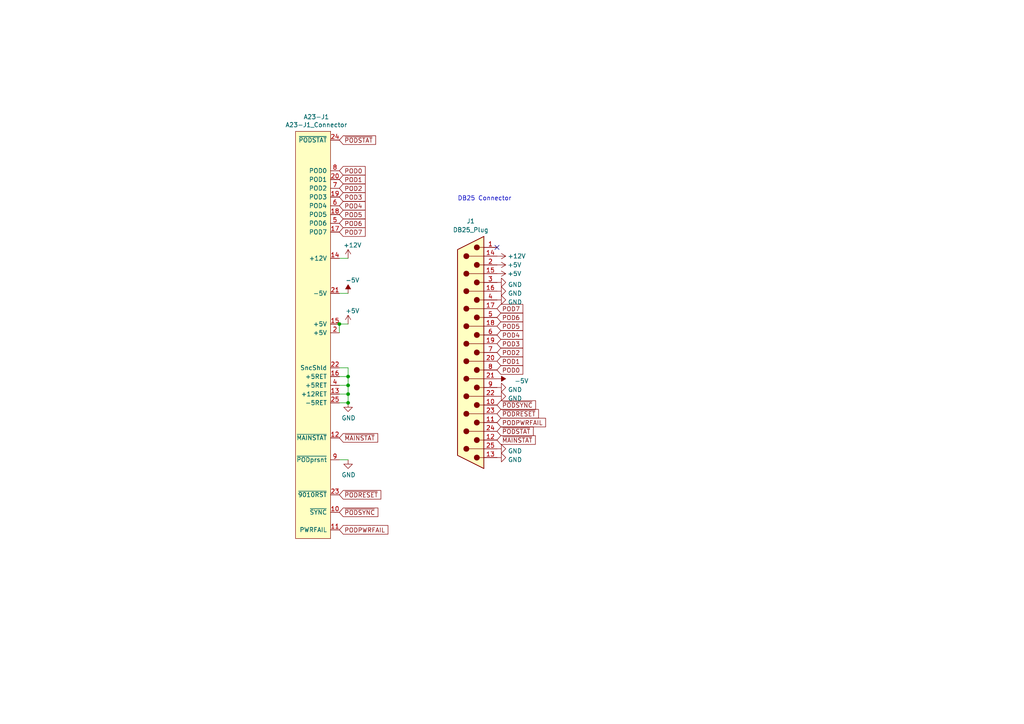
<source format=kicad_sch>
(kicad_sch (version 20230121) (generator eeschema)
  (paper "A4")
  (lib_symbols
    (symbol "6809-rescue:A23-J1_Connector-Fluke_6809POD" (pin_names (offset 1.016))
      (property "Reference" "A23-J1" (at 0.9398 131.191 0))
      (property "Value" "A23-J1_Connector" (at 0.9398 128.8796 0))
      (symbol "A23-J1_Connector-Fluke_6809POD_0_1"
        (rectangle (start 5.08 127) (end 5.08 127))
      )
      (symbol "A23-J1_Connector-Fluke_6809POD_1_1"
        (rectangle (start -5.08 127) (end 5.08 8.89) (fill (type background)))
        (pin output line (at 7.62 16.51 180) (length 2.54) (name "~{SYNC}") (number "10"))
        (pin output line (at 7.62 11.43 180) (length 2.54) (name "PWRFAIL") (number "11"))
        (pin output line (at 7.62 38.1 180) (length 2.54) (name "~{MAINSTAT}") (number "12"))
        (pin output line (at 7.62 50.8 180) (length 2.54) (name "+12RET") (number "13"))
        (pin output line (at 7.62 90.17 180) (length 2.54) (name "+12V") (number "14"))
        (pin output line (at 7.62 71.12 180) (length 2.54) (name "+5V") (number "15"))
        (pin output line (at 7.62 55.88 180) (length 2.54) (name "+5RET") (number "16"))
        (pin output line (at 7.62 97.79 180) (length 2.54) (name "POD7") (number "17"))
        (pin output line (at 7.62 102.87 180) (length 2.54) (name "POD5") (number "18"))
        (pin output line (at 7.62 107.95 180) (length 2.54) (name "POD3") (number "19"))
        (pin output line (at 7.62 68.58 180) (length 2.54) (name "+5V") (number "2"))
        (pin output line (at 7.62 113.03 180) (length 2.54) (name "POD1") (number "20"))
        (pin output line (at 7.62 80.01 180) (length 2.54) (name "-5V") (number "21"))
        (pin output line (at 7.62 58.42 180) (length 2.54) (name "SncShld") (number "22"))
        (pin output line (at 7.62 21.59 180) (length 2.54) (name "~{9010RST}") (number "23"))
        (pin output line (at 7.62 124.46 180) (length 2.54) (name "~{PODSTAT}") (number "24"))
        (pin output line (at 7.62 48.26 180) (length 2.54) (name "-5RET") (number "25"))
        (pin output line (at 7.62 53.34 180) (length 2.54) (name "+5RET") (number "4"))
        (pin output line (at 7.62 100.33 180) (length 2.54) (name "POD6") (number "5"))
        (pin output line (at 7.62 105.41 180) (length 2.54) (name "POD4") (number "6"))
        (pin output line (at 7.62 110.49 180) (length 2.54) (name "POD2") (number "7"))
        (pin output line (at 7.62 115.57 180) (length 2.54) (name "POD0") (number "8"))
        (pin output line (at 7.62 31.75 180) (length 2.54) (name "~{PODprsnt}") (number "9"))
      )
    )
    (symbol "Connector:DB25_Plug" (pin_names (offset 1.016) hide)
      (property "Reference" "J" (at 0 34.29 0))
      (property "Value" "DB25_Plug" (at 0 -34.925 0))
      (symbol "DB25_Plug_0_1"
        (circle (center -1.778 -30.48) (radius 0.762) (fill (type outline)))
        (circle (center -1.778 -25.4) (radius 0.762) (fill (type outline)))
        (circle (center -1.778 -20.32) (radius 0.762) (fill (type outline)))
        (circle (center -1.778 -15.24) (radius 0.762) (fill (type outline)))
        (circle (center -1.778 -10.16) (radius 0.762) (fill (type outline)))
        (circle (center -1.778 -5.08) (radius 0.762) (fill (type outline)))
        (circle (center -1.778 0) (radius 0.762) (fill (type outline)))
        (circle (center -1.778 5.08) (radius 0.762) (fill (type outline)))
        (circle (center -1.778 10.16) (radius 0.762) (fill (type outline)))
        (circle (center -1.778 15.24) (radius 0.762) (fill (type outline)))
        (circle (center -1.778 20.32) (radius 0.762) (fill (type outline)))
        (circle (center -1.778 25.4) (radius 0.762) (fill (type outline)))
        (circle (center -1.778 30.48) (radius 0.762) (fill (type outline)))
        (polyline (pts (xy -3.81 -30.48) (xy -2.54 -30.48)))
        (polyline (pts (xy -3.81 -27.94) (xy 0.508 -27.94)))
        (polyline (pts (xy -3.81 -25.4) (xy -2.54 -25.4)))
        (polyline (pts (xy -3.81 -22.86) (xy 0.508 -22.86)))
        (polyline (pts (xy -3.81 -20.32) (xy -2.54 -20.32)))
        (polyline (pts (xy -3.81 -17.78) (xy 0.508 -17.78)))
        (polyline (pts (xy -3.81 -15.24) (xy -2.54 -15.24)))
        (polyline (pts (xy -3.81 -12.7) (xy 0.508 -12.7)))
        (polyline (pts (xy -3.81 -10.16) (xy -2.54 -10.16)))
        (polyline (pts (xy -3.81 -7.62) (xy 0.508 -7.62)))
        (polyline (pts (xy -3.81 -5.08) (xy -2.54 -5.08)))
        (polyline (pts (xy -3.81 -2.54) (xy 0.508 -2.54)))
        (polyline (pts (xy -3.81 0) (xy -2.54 0)))
        (polyline (pts (xy -3.81 2.54) (xy 0.508 2.54)))
        (polyline (pts (xy -3.81 5.08) (xy -2.54 5.08)))
        (polyline (pts (xy -3.81 7.62) (xy 0.508 7.62)))
        (polyline (pts (xy -3.81 10.16) (xy -2.54 10.16)))
        (polyline (pts (xy -3.81 12.7) (xy 0.508 12.7)))
        (polyline (pts (xy -3.81 15.24) (xy -2.54 15.24)))
        (polyline (pts (xy -3.81 17.78) (xy 0.508 17.78)))
        (polyline (pts (xy -3.81 20.32) (xy -2.54 20.32)))
        (polyline (pts (xy -3.81 22.86) (xy 0.508 22.86)))
        (polyline (pts (xy -3.81 25.4) (xy -2.54 25.4)))
        (polyline (pts (xy -3.81 27.94) (xy 0.508 27.94)))
        (polyline (pts (xy -3.81 30.48) (xy -2.54 30.48)))
        (polyline (pts (xy -3.81 -33.655) (xy 3.81 -29.845) (xy 3.81 29.845) (xy -3.81 33.655) (xy -3.81 -33.655)) (stroke (width 0.254)) (fill (type background)))
        (circle (center 1.27 -27.94) (radius 0.762) (fill (type outline)))
        (circle (center 1.27 -22.86) (radius 0.762) (fill (type outline)))
        (circle (center 1.27 -17.78) (radius 0.762) (fill (type outline)))
        (circle (center 1.27 -12.7) (radius 0.762) (fill (type outline)))
        (circle (center 1.27 -7.62) (radius 0.762) (fill (type outline)))
        (circle (center 1.27 -2.54) (radius 0.762) (fill (type outline)))
        (circle (center 1.27 2.54) (radius 0.762) (fill (type outline)))
        (circle (center 1.27 7.62) (radius 0.762) (fill (type outline)))
        (circle (center 1.27 12.7) (radius 0.762) (fill (type outline)))
        (circle (center 1.27 17.78) (radius 0.762) (fill (type outline)))
        (circle (center 1.27 22.86) (radius 0.762) (fill (type outline)))
        (circle (center 1.27 27.94) (radius 0.762) (fill (type outline)))
      )
      (symbol "DB25_Plug_1_1"
        (pin passive line (at -7.62 -30.48 0) (length 3.81) (name "1") (number "1"))
        (pin passive line (at -7.62 15.24 0) (length 3.81) (name "10") (number "10"))
        (pin passive line (at -7.62 20.32 0) (length 3.81) (name "11") (number "11"))
        (pin passive line (at -7.62 25.4 0) (length 3.81) (name "12") (number "12"))
        (pin passive line (at -7.62 30.48 0) (length 3.81) (name "13") (number "13"))
        (pin passive line (at -7.62 -27.94 0) (length 3.81) (name "P14") (number "14"))
        (pin passive line (at -7.62 -22.86 0) (length 3.81) (name "P15") (number "15"))
        (pin passive line (at -7.62 -17.78 0) (length 3.81) (name "P16") (number "16"))
        (pin passive line (at -7.62 -12.7 0) (length 3.81) (name "P17") (number "17"))
        (pin passive line (at -7.62 -7.62 0) (length 3.81) (name "P18") (number "18"))
        (pin passive line (at -7.62 -2.54 0) (length 3.81) (name "P19") (number "19"))
        (pin passive line (at -7.62 -25.4 0) (length 3.81) (name "2") (number "2"))
        (pin passive line (at -7.62 2.54 0) (length 3.81) (name "P20") (number "20"))
        (pin passive line (at -7.62 7.62 0) (length 3.81) (name "P21") (number "21"))
        (pin passive line (at -7.62 12.7 0) (length 3.81) (name "P22") (number "22"))
        (pin passive line (at -7.62 17.78 0) (length 3.81) (name "P23") (number "23"))
        (pin passive line (at -7.62 22.86 0) (length 3.81) (name "P24") (number "24"))
        (pin passive line (at -7.62 27.94 0) (length 3.81) (name "P25") (number "25"))
        (pin passive line (at -7.62 -20.32 0) (length 3.81) (name "3") (number "3"))
        (pin passive line (at -7.62 -15.24 0) (length 3.81) (name "4") (number "4"))
        (pin passive line (at -7.62 -10.16 0) (length 3.81) (name "5") (number "5"))
        (pin passive line (at -7.62 -5.08 0) (length 3.81) (name "6") (number "6"))
        (pin passive line (at -7.62 0 0) (length 3.81) (name "7") (number "7"))
        (pin passive line (at -7.62 5.08 0) (length 3.81) (name "8") (number "8"))
        (pin passive line (at -7.62 10.16 0) (length 3.81) (name "9") (number "9"))
      )
    )
    (symbol "power:+12V" (power) (pin_names (offset 0))
      (property "Value" "+12V" (at 0 3.556 0))
      (symbol "+12V_0_1"
        (polyline (pts (xy -0.762 1.27) (xy 0 2.54)))
        (polyline (pts (xy 0 0) (xy 0 2.54)))
        (polyline (pts (xy 0 2.54) (xy 0.762 1.27)))
      )
      (symbol "+12V_1_1"
        (pin power_in line (at 0 0 90) (length 0) hide (name "+12V") (number "1"))
      )
    )
    (symbol "power:+5V" (power) (pin_names (offset 0))
      (property "Value" "+5V" (at 0 3.556 0))
      (symbol "+5V_0_1"
        (polyline (pts (xy -0.762 1.27) (xy 0 2.54)))
        (polyline (pts (xy 0 0) (xy 0 2.54)))
        (polyline (pts (xy 0 2.54) (xy 0.762 1.27)))
      )
      (symbol "+5V_1_1"
        (pin power_in line (at 0 0 90) (length 0) hide (name "+5V") (number "1"))
      )
    )
    (symbol "power:-5V" (power) (pin_names (offset 0))
      (property "Value" "-5V" (at 0 3.81 0))
      (symbol "-5V_0_0"
        (pin power_in line (at 0 0 90) (length 0) hide (name "-5V") (number "1"))
      )
      (symbol "-5V_0_1"
        (polyline (pts (xy 0 0) (xy 0 1.27) (xy 0.762 1.27) (xy 0 2.54) (xy -0.762 1.27) (xy 0 1.27)) (fill (type outline)))
      )
    )
    (symbol "power:GND" (power) (pin_names (offset 0))
      (property "Value" "GND" (at 0 -3.81 0))
      (symbol "GND_0_1"
        (polyline (pts (xy 0 0) (xy 0 -1.27) (xy 1.27 -1.27) (xy 0 -2.54) (xy -1.27 -1.27) (xy 0 -1.27)))
      )
      (symbol "GND_1_1"
        (pin power_in line (at 0 0 270) (length 0) hide (name "GND") (number "1"))
      )
    )
  )
  (junction (at 100.965 114.3))
  (junction (at 100.965 116.84))
  (junction (at 100.965 111.76))
  (junction (at 100.965 109.22))
  (junction (at 98.425 93.98))
  (no_connect (at 144.145 71.755))
  (wire (pts (xy 98.425 109.22) (xy 100.965 109.22)))
  (wire (pts (xy 98.425 93.98) (xy 98.425 96.52)))
  (wire (pts (xy 98.425 111.76) (xy 100.965 111.76)))
  (wire (pts (xy 98.425 93.98) (xy 100.965 93.98)))
  (wire (pts (xy 100.965 106.68) (xy 100.965 109.22)))
  (wire (pts (xy 98.425 133.35) (xy 100.965 133.35)))
  (wire (pts (xy 100.965 111.76) (xy 100.965 114.3)))
  (wire (pts (xy 98.425 85.09) (xy 100.965 85.09)))
  (wire (pts (xy 98.425 116.84) (xy 100.965 116.84)))
  (wire (pts (xy 98.425 74.93) (xy 100.965 74.93)))
  (wire (pts (xy 98.425 106.68) (xy 100.965 106.68)))
  (wire (pts (xy 100.965 114.3) (xy 100.965 116.84)))
  (wire (pts (xy 98.425 114.3) (xy 100.965 114.3)))
  (wire (pts (xy 100.965 109.22) (xy 100.965 111.76)))
  (text "DB25 Connector" (at 132.715 58.42 0) (effects (font (size 1.27 1.27)) (justify left bottom)))
  (global_label "~{PODSTAT}" (shape input) (at 98.425 40.64 0) (property "Intersheetrefs" "${INTERSHEET_REFS}" (effects hide)))
  (global_label "PODPWRFAIL" (shape input) (at 144.145 122.555 0) (property "Intersheetrefs" "${INTERSHEET_REFS}" (effects hide)))
  (global_label "POD5" (shape input) (at 144.145 94.615 0) (property "Intersheetrefs" "${INTERSHEET_REFS}" (effects hide)))
  (global_label "POD1" (shape input) (at 98.425 52.07 0) (property "Intersheetrefs" "${INTERSHEET_REFS}" (effects hide)))
  (global_label "~{PODSTAT}" (shape input) (at 144.145 125.095 0) (property "Intersheetrefs" "${INTERSHEET_REFS}" (effects hide)))
  (global_label "~{PODRESET}" (shape input) (at 98.425 143.51 0) (property "Intersheetrefs" "${INTERSHEET_REFS}" (effects hide)))
  (global_label "~{PODRESET}" (shape input) (at 144.145 120.015 0) (property "Intersheetrefs" "${INTERSHEET_REFS}" (effects hide)))
  (global_label "POD3" (shape input) (at 98.425 57.15 0) (property "Intersheetrefs" "${INTERSHEET_REFS}" (effects hide)))
  (global_label "~{PODSYNC}" (shape input) (at 144.145 117.475 0) (property "Intersheetrefs" "${INTERSHEET_REFS}" (effects hide)))
  (global_label "POD0" (shape input) (at 98.425 49.53 0) (property "Intersheetrefs" "${INTERSHEET_REFS}" (effects hide)))
  (global_label "POD6" (shape input) (at 144.145 92.075 0) (property "Intersheetrefs" "${INTERSHEET_REFS}" (effects hide)))
  (global_label "POD4" (shape input) (at 144.145 97.155 0) (property "Intersheetrefs" "${INTERSHEET_REFS}" (effects hide)))
  (global_label "POD7" (shape input) (at 98.425 67.31 0) (property "Intersheetrefs" "${INTERSHEET_REFS}" (effects hide)))
  (global_label "~{MAINSTAT}" (shape input) (at 144.145 127.635 0) (property "Intersheetrefs" "${INTERSHEET_REFS}" (effects hide)))
  (global_label "POD3" (shape input) (at 144.145 99.695 0) (property "Intersheetrefs" "${INTERSHEET_REFS}" (effects hide)))
  (global_label "POD2" (shape input) (at 98.425 54.61 0) (property "Intersheetrefs" "${INTERSHEET_REFS}" (effects hide)))
  (global_label "POD5" (shape input) (at 98.425 62.23 0) (property "Intersheetrefs" "${INTERSHEET_REFS}" (effects hide)))
  (global_label "POD0" (shape input) (at 144.145 107.315 0) (property "Intersheetrefs" "${INTERSHEET_REFS}" (effects hide)))
  (global_label "PODPWRFAIL" (shape input) (at 98.425 153.67 0) (property "Intersheetrefs" "${INTERSHEET_REFS}" (effects hide)))
  (global_label "~{MAINSTAT}" (shape input) (at 98.425 127 0) (property "Intersheetrefs" "${INTERSHEET_REFS}" (effects hide)))
  (global_label "POD2" (shape input) (at 144.145 102.235 0) (property "Intersheetrefs" "${INTERSHEET_REFS}" (effects hide)))
  (global_label "POD6" (shape input) (at 98.425 64.77 0) (property "Intersheetrefs" "${INTERSHEET_REFS}" (effects hide)))
  (global_label "POD1" (shape input) (at 144.145 104.775 0) (property "Intersheetrefs" "${INTERSHEET_REFS}" (effects hide)))
  (global_label "POD4" (shape input) (at 98.425 59.69 0) (property "Intersheetrefs" "${INTERSHEET_REFS}" (effects hide)))
  (global_label "POD7" (shape input) (at 144.145 89.535 0) (property "Intersheetrefs" "${INTERSHEET_REFS}" (effects hide)))
  (global_label "~{PODSYNC}" (shape input) (at 98.425 148.59 0) (property "Intersheetrefs" "${INTERSHEET_REFS}" (effects hide)))
  (symbol (lib_id "power:GND") (at 144.145 130.175 90) (unit 1)
    (property "Reference" "#PWR09" (effects hide))
    (property "Value" "GND" (at 147.32 130.81 90) (effects (justify right)))
  )
  (symbol (lib_id "power:GND") (at 100.965 133.35 0) (unit 1)
    (property "Reference" "#PWR017" (effects hide))
    (property "Value" "GND" (at 101.092 137.7442 0))
  )
  (symbol (lib_id "power:GND") (at 144.145 81.915 90) (unit 1)
    (property "Reference" "#PWR03" (effects hide))
    (property "Value" "GND" (at 147.32 82.55 90) (effects (justify right)))
  )
  (symbol (lib_id "6809-rescue:A23-J1_Connector-Fluke_6809POD") (at 90.805 165.1 0) (unit 1)
    (property "Reference" "A23-J1" (at 91.7448 33.909 0))
    (property "Value" "A23-J1_Connector" (at 91.7448 36.2204 0))
    (property "Footprint" "68KCPU:PinHeader_2x13_P2.54mm_Vertical_Fluke_Numbering" (effects hide))
  )
  (symbol (lib_id "power:-5V") (at 100.965 85.09 0) (unit 1)
    (property "Reference" "#PWR013" (effects hide))
    (property "Value" "-5V" (at 102.235 81.28 0))
  )
  (symbol (lib_id "power:+5V") (at 144.145 79.375 270) (unit 1)
    (property "Reference" "#PWR02" (effects hide))
    (property "Value" "+5V" (at 149.225 79.375 90))
  )
  (symbol (lib_id "power:+12V") (at 144.145 74.295 270) (unit 1)
    (property "Reference" "#PWR012" (effects hide))
    (property "Value" "+12V" (at 149.86 74.295 90))
  )
  (symbol (lib_id "power:+5V") (at 100.965 93.98 0) (unit 1)
    (property "Reference" "#PWR015" (effects hide))
    (property "Value" "+5V" (at 102.235 90.17 0))
  )
  (symbol (lib_id "power:GND") (at 144.145 132.715 90) (unit 1)
    (property "Reference" "#PWR010" (effects hide))
    (property "Value" "GND" (at 147.32 133.35 90) (effects (justify right)))
  )
  (symbol (lib_id "power:GND") (at 144.145 84.455 90) (unit 1)
    (property "Reference" "#PWR04" (effects hide))
    (property "Value" "GND" (at 147.32 85.09 90) (effects (justify right)))
  )
  (symbol (lib_id "Connector:DB25_Plug") (at 136.525 102.235 180) (unit 1)
    (property "Reference" "J1" (at 136.525 64.135 0))
    (property "Value" "DB25_Plug" (at 136.525 66.675 0))
    (property "Footprint" "Connector_Dsub:DSUB-25_Male_Horizontal_P2.77x2.54mm_EdgePinOffset9.40mm" (effects hide))
    (property "Datasheet" " ~" (effects hide))
  )
  (symbol (lib_id "power:GND") (at 144.145 112.395 90) (unit 1)
    (property "Reference" "#PWR07" (effects hide))
    (property "Value" "GND" (at 147.32 113.03 90) (effects (justify right)))
  )
  (symbol (lib_id "power:GND") (at 144.145 86.995 90) (unit 1)
    (property "Reference" "#PWR05" (effects hide))
    (property "Value" "GND" (at 147.32 87.63 90) (effects (justify right)))
  )
  (symbol (lib_id "power:GND") (at 144.145 114.935 90) (unit 1)
    (property "Reference" "#PWR08" (effects hide))
    (property "Value" "GND" (at 147.32 115.57 90) (effects (justify right)))
  )
  (symbol (lib_id "power:+12V") (at 100.965 74.93 0) (unit 1)
    (property "Reference" "#PWR011" (effects hide))
    (property "Value" "+12V" (at 102.235 71.12 0))
  )
  (symbol (lib_id "power:GND") (at 100.965 116.84 0) (unit 1)
    (property "Reference" "#PWR016" (effects hide))
    (property "Value" "GND" (at 101.092 121.2342 0))
  )
  (symbol (lib_id "power:-5V") (at 144.145 109.855 270) (unit 1)
    (property "Reference" "#PWR06" (effects hide))
    (property "Value" "-5V" (at 149.225 110.49 90) (effects (justify left)))
  )
  (symbol (lib_id "power:+5V") (at 144.145 76.835 270) (unit 1)
    (property "Reference" "#PWR01" (effects hide))
    (property "Value" "+5V" (at 149.225 76.835 90))
  )
)
</source>
